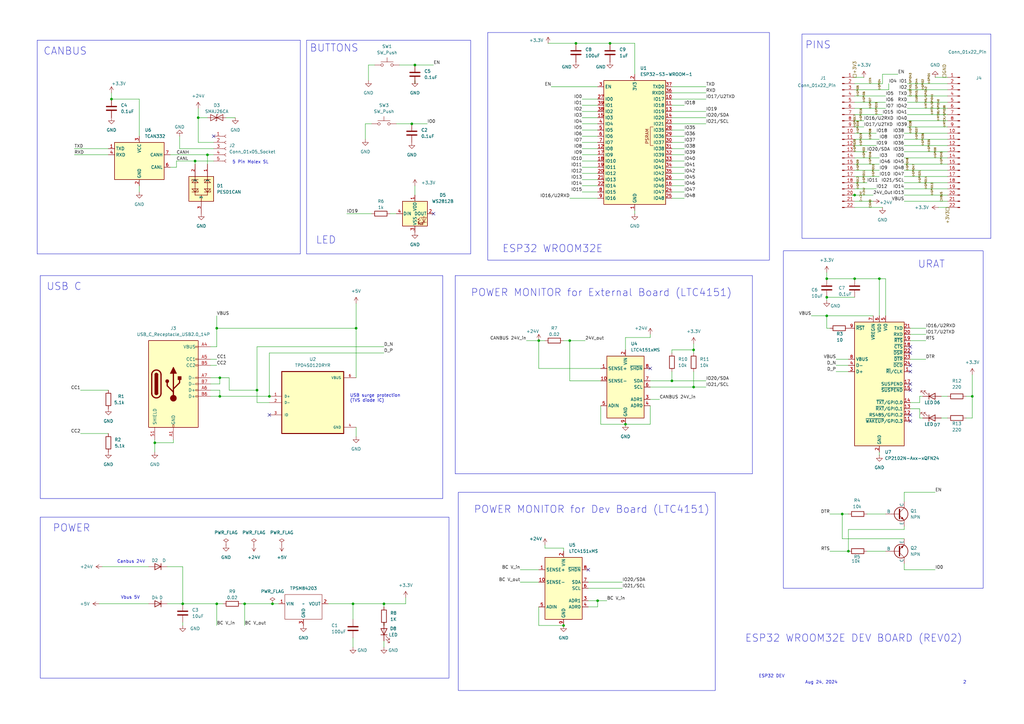
<source format=kicad_sch>
(kicad_sch (version 20231120) (generator "eeschema") (generator_version "8.0")
  (paper "A3")
  (junction (at 347.98 226.06))
  (junction (at 88.9 134.62))
  (junction (at 81.28 48.26))
  (junction (at 339.09 114.3))
  (junction (at 63.5 181.61))
  (junction (at 105.41 160.02))
  (junction (at 350.52 80.01))
  (junction (at 339.09 129.54))
  (junction (at 88.9 247.65))
  (junction (at 111.76 247.65))
  (junction (at 236.22 17.78))
  (junction (at 90.17 162.56))
  (junction (at 245.11 246.38))
  (junction (at 146.05 134.62))
  (junction (at 80.01 66.04))
  (junction (at 360.68 114.3))
  (junction (at 168.91 50.8))
  (junction (at 350.52 114.3))
  (junction (at 339.09 121.92))
  (junction (at 157.48 247.65))
  (junction (at 275.59 156.21))
  (junction (at 74.93 247.65))
  (junction (at 170.18 26.67))
  (junction (at 284.48 158.75))
  (junction (at 233.68 139.7))
  (junction (at 231.14 256.54))
  (junction (at 284.48 143.51))
  (junction (at 144.78 247.65))
  (junction (at 100.33 247.65))
  (junction (at 250.19 17.78))
  (junction (at 45.72 40.64))
  (junction (at 85.09 63.5))
  (junction (at 256.54 173.99))
  (junction (at 345.44 210.82))
  (junction (at 398.78 162.56))
  (junction (at 110.49 162.56))
  (junction (at 90.17 154.94))
  (junction (at 220.98 139.7))
  (no_connect (at 373.38 144.78))
  (no_connect (at 373.38 142.24))
  (no_connect (at 373.38 160.02))
  (no_connect (at 373.38 172.72))
  (no_connect (at 373.38 149.86))
  (no_connect (at 373.38 170.18))
  (no_connect (at 87.63 55.88))
  (no_connect (at 266.7 151.13))
  (no_connect (at 241.3 233.68))
  (no_connect (at 177.8 87.63))
  (no_connect (at 373.38 152.4))
  (no_connect (at 373.38 157.48))
  (no_connect (at 110.49 170.18))
  (wire (pts (xy 238.76 53.34) (xy 245.11 53.34)))
  (wire (pts (xy 238.76 48.26) (xy 245.11 48.26)))
  (wire (pts (xy 100.33 247.65) (xy 111.76 247.65)))
  (wire (pts (xy 80.01 66.04) (xy 80.01 67.31)))
  (wire (pts (xy 149.86 57.15) (xy 149.86 50.8)))
  (wire (pts (xy 86.36 162.56) (xy 90.17 162.56)))
  (wire (pts (xy 220.98 139.7) (xy 223.52 139.7)))
  (wire (pts (xy 105.41 142.24) (xy 105.41 160.02)))
  (wire (pts (xy 100.33 247.65) (xy 100.33 256.54)))
  (wire (pts (xy 275.59 156.21) (xy 289.56 156.21)))
  (wire (pts (xy 340.36 226.06) (xy 347.98 226.06)))
  (wire (pts (xy 350.52 80.01) (xy 358.14 80.01)))
  (wire (pts (xy 45.72 40.64) (xy 57.15 40.64)))
  (wire (pts (xy 256.54 173.99) (xy 266.7 173.99)))
  (wire (pts (xy 146.05 134.62) (xy 146.05 154.94)))
  (wire (pts (xy 275.59 156.21) (xy 275.59 152.4)))
  (wire (pts (xy 275.59 45.72) (xy 289.56 45.72)))
  (wire (pts (xy 377.19 165.1) (xy 377.19 162.56)))
  (wire (pts (xy 157.48 256.54) (xy 157.48 255.27)))
  (wire (pts (xy 275.59 48.26) (xy 289.56 48.26)))
  (wire (pts (xy 350.52 114.3) (xy 360.68 114.3)))
  (wire (pts (xy 45.72 38.1) (xy 45.72 40.64)))
  (wire (pts (xy 246.38 151.13) (xy 220.98 151.13)))
  (wire (pts (xy 241.3 248.92) (xy 245.11 248.92)))
  (wire (pts (xy 363.22 39.37) (xy 350.52 39.37)))
  (wire (pts (xy 166.37 247.65) (xy 166.37 245.11)))
  (wire (pts (xy 86.36 147.32) (xy 88.9 147.32)))
  (wire (pts (xy 74.93 232.41) (xy 68.58 232.41)))
  (wire (pts (xy 30.48 63.5) (xy 44.45 63.5)))
  (wire (pts (xy 361.95 30.48) (xy 368.3 30.48)))
  (wire (pts (xy 149.86 50.8) (xy 152.4 50.8)))
  (wire (pts (xy 372.11 36.83) (xy 388.62 36.83)))
  (wire (pts (xy 170.18 76.2) (xy 170.18 80.01)))
  (wire (pts (xy 275.59 63.5) (xy 280.67 63.5)))
  (wire (pts (xy 238.76 60.96) (xy 245.11 60.96)))
  (wire (pts (xy 345.44 210.82) (xy 347.98 210.82)))
  (wire (pts (xy 162.56 50.8) (xy 168.91 50.8)))
  (wire (pts (xy 146.05 124.46) (xy 146.05 134.62)))
  (wire (pts (xy 370.84 80.01) (xy 388.62 80.01)))
  (wire (pts (xy 238.76 78.74) (xy 245.11 78.74)))
  (wire (pts (xy 339.09 114.3) (xy 350.52 114.3)))
  (wire (pts (xy 220.98 151.13) (xy 220.98 139.7)))
  (wire (pts (xy 364.49 36.83) (xy 350.52 36.83)))
  (wire (pts (xy 349.25 80.01) (xy 350.52 80.01)))
  (wire (pts (xy 40.64 247.65) (xy 60.96 247.65)))
  (wire (pts (xy 105.41 160.02) (xy 93.98 160.02)))
  (wire (pts (xy 383.54 31.75) (xy 388.62 31.75)))
  (wire (pts (xy 170.18 26.67) (xy 177.8 26.67)))
  (wire (pts (xy 220.98 256.54) (xy 231.14 256.54)))
  (wire (pts (xy 81.28 48.26) (xy 81.28 58.42)))
  (wire (pts (xy 81.28 58.42) (xy 87.63 58.42)))
  (wire (pts (xy 88.9 134.62) (xy 146.05 134.62)))
  (wire (pts (xy 342.9 152.4) (xy 347.98 152.4)))
  (wire (pts (xy 86.36 157.48) (xy 90.17 157.48)))
  (wire (pts (xy 41.91 232.41) (xy 60.96 232.41)))
  (wire (pts (xy 372.11 46.99) (xy 388.62 46.99)))
  (wire (pts (xy 350.52 31.75) (xy 354.33 31.75)))
  (wire (pts (xy 266.7 158.75) (xy 284.48 158.75)))
  (wire (pts (xy 157.48 265.43) (xy 157.48 262.89)))
  (wire (pts (xy 373.38 139.7) (xy 379.73 139.7)))
  (wire (pts (xy 354.33 49.53) (xy 350.52 49.53)))
  (wire (pts (xy 350.52 72.39) (xy 360.68 72.39)))
  (wire (pts (xy 275.59 40.64) (xy 289.56 40.64)))
  (wire (pts (xy 151.13 33.02) (xy 151.13 26.67)))
  (wire (pts (xy 284.48 143.51) (xy 284.48 144.78)))
  (wire (pts (xy 339.09 121.92) (xy 339.09 123.19)))
  (wire (pts (xy 90.17 160.02) (xy 90.17 162.56)))
  (wire (pts (xy 266.7 137.16) (xy 266.7 138.43)))
  (wire (pts (xy 241.3 246.38) (xy 245.11 246.38)))
  (wire (pts (xy 350.52 69.85) (xy 360.68 69.85)))
  (wire (pts (xy 73.66 60.96) (xy 87.63 60.96)))
  (wire (pts (xy 370.84 201.93) (xy 370.84 205.74)))
  (wire (pts (xy 275.59 43.18) (xy 280.67 43.18)))
  (wire (pts (xy 275.59 38.1) (xy 289.56 38.1)))
  (wire (pts (xy 245.11 246.38) (xy 248.92 246.38)))
  (wire (pts (xy 63.5 180.34) (xy 63.5 181.61)))
  (wire (pts (xy 163.83 26.67) (xy 170.18 26.67)))
  (wire (pts (xy 233.68 139.7) (xy 240.03 139.7)))
  (wire (pts (xy 377.19 162.56) (xy 378.46 162.56)))
  (wire (pts (xy 342.9 147.32) (xy 347.98 147.32)))
  (wire (pts (xy 72.39 68.58) (xy 69.85 68.58)))
  (wire (pts (xy 377.19 167.64) (xy 377.19 171.45)))
  (wire (pts (xy 233.68 139.7) (xy 233.68 156.21)))
  (wire (pts (xy 238.76 45.72) (xy 245.11 45.72)))
  (wire (pts (xy 146.05 175.26) (xy 146.05 179.07)))
  (wire (pts (xy 226.06 35.56) (xy 245.11 35.56)))
  (wire (pts (xy 275.59 71.12) (xy 280.67 71.12)))
  (wire (pts (xy 236.22 17.78) (xy 250.19 17.78)))
  (wire (pts (xy 350.52 34.29) (xy 361.95 34.29)))
  (wire (pts (xy 396.24 162.56) (xy 398.78 162.56)))
  (wire (pts (xy 99.06 247.65) (xy 100.33 247.65)))
  (wire (pts (xy 360.68 114.3) (xy 360.68 129.54)))
  (wire (pts (xy 160.02 87.63) (xy 162.56 87.63)))
  (wire (pts (xy 275.59 78.74) (xy 280.67 78.74)))
  (wire (pts (xy 86.36 160.02) (xy 90.17 160.02)))
  (wire (pts (xy 110.49 144.78) (xy 110.49 162.56)))
  (wire (pts (xy 372.11 44.45) (xy 388.62 44.45)))
  (wire (pts (xy 134.62 247.65) (xy 144.78 247.65)))
  (wire (pts (xy 275.59 55.88) (xy 280.67 55.88)))
  (wire (pts (xy 238.76 58.42) (xy 245.11 58.42)))
  (wire (pts (xy 363.22 41.91) (xy 350.52 41.91)))
  (wire (pts (xy 332.74 129.54) (xy 339.09 129.54)))
  (wire (pts (xy 370.84 220.98) (xy 345.44 220.98)))
  (wire (pts (xy 33.02 160.02) (xy 44.45 160.02)))
  (wire (pts (xy 342.9 149.86) (xy 347.98 149.86)))
  (wire (pts (xy 74.93 256.54) (xy 74.93 255.27)))
  (wire (pts (xy 260.35 86.36) (xy 260.35 87.63)))
  (wire (pts (xy 284.48 152.4) (xy 284.48 158.75)))
  (wire (pts (xy 364.49 34.29) (xy 364.49 36.83)))
  (wire (pts (xy 372.11 52.07) (xy 388.62 52.07)))
  (wire (pts (xy 266.7 173.99) (xy 266.7 166.37)))
  (wire (pts (xy 370.84 57.15) (xy 388.62 57.15)))
  (wire (pts (xy 370.84 233.68) (xy 383.54 233.68)))
  (wire (pts (xy 370.84 69.85) (xy 388.62 69.85)))
  (wire (pts (xy 284.48 140.97) (xy 284.48 143.51)))
  (wire (pts (xy 355.6 210.82) (xy 363.22 210.82)))
  (wire (pts (xy 383.54 201.93) (xy 370.84 201.93)))
  (wire (pts (xy 238.76 43.18) (xy 245.11 43.18)))
  (wire (pts (xy 360.68 114.3) (xy 363.22 114.3)))
  (wire (pts (xy 398.78 171.45) (xy 396.24 171.45)))
  (wire (pts (xy 231.14 224.79) (xy 231.14 226.06)))
  (wire (pts (xy 370.84 67.31) (xy 388.62 67.31)))
  (wire (pts (xy 73.66 55.88) (xy 73.66 60.96)))
  (wire (pts (xy 246.38 166.37) (xy 246.38 173.99)))
  (wire (pts (xy 86.36 149.86) (xy 88.9 149.86)))
  (wire (pts (xy 63.5 181.61) (xy 63.5 185.42)))
  (wire (pts (xy 157.48 248.92) (xy 157.48 247.65)))
  (wire (pts (xy 370.84 59.69) (xy 388.62 59.69)))
  (wire (pts (xy 213.36 233.68) (xy 220.98 233.68)))
  (wire (pts (xy 275.59 50.8) (xy 289.56 50.8)))
  (wire (pts (xy 355.6 226.06) (xy 363.22 226.06)))
  (wire (pts (xy 350.52 64.77) (xy 360.68 64.77)))
  (wire (pts (xy 245.11 248.92) (xy 245.11 246.38)))
  (wire (pts (xy 350.52 59.69) (xy 359.41 59.69)))
  (wire (pts (xy 339.09 121.92) (xy 350.52 121.92)))
  (wire (pts (xy 33.02 177.8) (xy 44.45 177.8)))
  (wire (pts (xy 213.36 238.76) (xy 220.98 238.76)))
  (wire (pts (xy 238.76 68.58) (xy 245.11 68.58)))
  (wire (pts (xy 85.09 63.5) (xy 87.63 63.5)))
  (wire (pts (xy 275.59 143.51) (xy 284.48 143.51)))
  (wire (pts (xy 260.35 17.78) (xy 260.35 30.48)))
  (wire (pts (xy 370.84 217.17) (xy 370.84 215.9)))
  (wire (pts (xy 347.98 217.17) (xy 347.98 226.06)))
  (wire (pts (xy 90.17 157.48) (xy 90.17 154.94)))
  (wire (pts (xy 231.14 139.7) (xy 233.68 139.7)))
  (wire (pts (xy 71.12 180.34) (xy 71.12 181.61)))
  (wire (pts (xy 372.11 39.37) (xy 388.62 39.37)))
  (wire (pts (xy 151.13 26.67) (xy 153.67 26.67)))
  (wire (pts (xy 168.91 50.8) (xy 175.26 50.8)))
  (wire (pts (xy 350.52 82.55) (xy 358.14 82.55)))
  (wire (pts (xy 275.59 66.04) (xy 280.67 66.04)))
  (wire (pts (xy 275.59 68.58) (xy 280.67 68.58)))
  (wire (pts (xy 266.7 156.21) (xy 275.59 156.21)))
  (wire (pts (xy 238.76 63.5) (xy 245.11 63.5)))
  (wire (pts (xy 373.38 165.1) (xy 377.19 165.1)))
  (wire (pts (xy 370.84 233.68) (xy 370.84 231.14)))
  (wire (pts (xy 363.22 44.45) (xy 350.52 44.45)))
  (wire (pts (xy 355.6 74.93) (xy 350.52 74.93)))
  (wire (pts (xy 157.48 247.65) (xy 166.37 247.65)))
  (wire (pts (xy 220.98 248.92) (xy 220.98 256.54)))
  (wire (pts (xy 144.78 247.65) (xy 157.48 247.65)))
  (wire (pts (xy 370.84 54.61) (xy 388.62 54.61)))
  (wire (pts (xy 93.98 160.02) (xy 93.98 154.94)))
  (wire (pts (xy 238.76 50.8) (xy 245.11 50.8)))
  (wire (pts (xy 256.54 138.43) (xy 256.54 143.51)))
  (wire (pts (xy 266.7 163.83) (xy 270.51 163.83)))
  (wire (pts (xy 350.52 57.15) (xy 360.68 57.15)))
  (wire (pts (xy 360.68 185.42) (xy 360.68 186.69)))
  (wire (pts (xy 88.9 142.24) (xy 88.9 134.62)))
  (wire (pts (xy 370.84 82.55) (xy 388.62 82.55)))
  (wire (pts (xy 223.52 224.79) (xy 231.14 224.79)))
  (wire (pts (xy 68.58 247.65) (xy 74.93 247.65)))
  (wire (pts (xy 370.84 77.47) (xy 388.62 77.47)))
  (wire (pts (xy 238.76 55.88) (xy 245.11 55.88)))
  (wire (pts (xy 233.68 156.21) (xy 246.38 156.21)))
  (wire (pts (xy 255.27 238.76) (xy 241.3 238.76)))
  (wire (pts (xy 81.28 48.26) (xy 85.09 48.26)))
  (wire (pts (xy 72.39 66.04) (xy 80.01 66.04)))
  (wire (pts (xy 246.38 173.99) (xy 256.54 173.99)))
  (wire (pts (xy 69.85 63.5) (xy 85.09 63.5)))
  (wire (pts (xy 340.36 210.82) (xy 345.44 210.82)))
  (wire (pts (xy 110.49 144.78) (xy 157.48 144.78)))
  (wire (pts (xy 350.52 77.47) (xy 359.41 77.47)))
  (wire (pts (xy 105.41 142.24) (xy 157.48 142.24)))
  (wire (pts (xy 74.93 232.41) (xy 74.93 247.65)))
  (wire (pts (xy 370.84 62.23) (xy 388.62 62.23)))
  (wire (pts (xy 350.52 85.09) (xy 361.95 85.09)))
  (wire (pts (xy 361.95 46.99) (xy 350.52 46.99)))
  (wire (pts (xy 377.19 171.45) (xy 378.46 171.45)))
  (wire (pts (xy 238.76 66.04) (xy 245.11 66.04)))
  (wire (pts (xy 275.59 60.96) (xy 280.67 60.96)))
  (wire (pts (xy 255.27 241.3) (xy 241.3 241.3)))
  (wire (pts (xy 250.19 17.78) (xy 260.35 17.78)))
  (wire (pts (xy 339.09 134.62) (xy 340.36 134.62)))
  (wire (pts (xy 144.78 254) (xy 144.78 247.65)))
  (wire (pts (xy 111.76 247.65) (xy 114.3 247.65)))
  (wire (pts (xy 142.24 87.63) (xy 152.4 87.63)))
  (wire (pts (xy 88.9 129.54) (xy 88.9 134.62)))
  (wire (pts (xy 238.76 73.66) (xy 245.11 73.66)))
  (wire (pts (xy 350.52 54.61) (xy 359.41 54.61)))
  (wire (pts (xy 339.09 129.54) (xy 358.14 129.54)))
  (wire (pts (xy 72.39 66.04) (xy 72.39 68.58)))
  (wire (pts (xy 373.38 134.62) (xy 379.73 134.62)))
  (wire (pts (xy 92.71 48.26) (xy 96.52 48.26)))
  (wire (pts (xy 74.93 247.65) (xy 88.9 247.65)))
  (wire (pts (xy 275.59 58.42) (xy 280.67 58.42)))
  (wire (pts (xy 350.52 52.07) (xy 354.33 52.07)))
  (wire (pts (xy 350.52 62.23) (xy 355.6 62.23)))
  (wire (pts (xy 238.76 40.64) (xy 245.11 40.64)))
  (wire (pts (xy 373.38 137.16) (xy 379.73 137.16)))
  (wire (pts (xy 93.98 154.94) (xy 90.17 154.94)))
  (wire (pts (xy 86.36 142.24) (xy 88.9 142.24)))
  (wire (pts (xy 233.68 81.28) (xy 245.11 81.28)))
  (wire (pts (xy 275.59 73.66) (xy 280.67 73.66)))
  (wire (pts (xy 345.44 220.98) (xy 345.44 210.82)))
  (wire (pts (xy 361.95 30.48) (xy 361.95 34.29)))
  (wire (pts (xy 386.08 171.45) (xy 388.62 171.45)))
  (wire (pts (xy 57.15 40.64) (xy 57.15 55.88)))
  (wire (pts (xy 223.52 223.52) (xy 223.52 224.79)))
  (wire (pts (xy 398.78 162.56) (xy 398.78 171.45)))
  (wire (pts (xy 370.84 64.77) (xy 388.62 64.77)))
  (wire (pts (xy 215.9 139.7) (xy 220.98 139.7)))
  (wire (pts (xy 170.18 33.02) (xy 170.18 34.29)))
  (wire (pts (xy 284.48 158.75) (xy 289.56 158.75)))
  (wire (pts (xy 339.09 129.54) (xy 339.09 134.62)))
  (wire (pts (xy 372.11 41.91) (xy 388.62 41.91)))
  (wire (pts (xy 238.76 71.12) (xy 245.11 71.12)))
  (wire (pts (xy 275.59 35.56) (xy 289.56 35.56)))
  (wire (pts (xy 81.28 44.45) (xy 81.28 48.26)))
  (wire (pts (xy 372.11 34.29) (xy 388.62 34.29)))
  (wire (pts (xy 275.59 81.28) (xy 280.67 81.28)))
  (wire (pts (xy 339.09 111.76) (xy 339.09 114.3)))
  (wire (pts (xy 80.01 66.04) (xy 87.63 66.04)))
  (wire (pts (xy 275.59 53.34) (xy 280.67 53.34)))
  (wire (pts (xy 266.7 138.43) (xy 256.54 138.43)))
  (wire (pts (xy 30.48 60.96) (xy 44.45 60.96)))
  (wire (pts (xy 370.84 74.93) (xy 388.62 74.93)))
  (wire (pts (xy 105.41 160.02) (xy 105.41 165.1)))
  (wire (pts (xy 350.52 67.31) (xy 360.68 67.31)))
  (wire (pts (xy 384.81 85.09) (xy 388.62 85.09)))
  (wire (pts (xy 372.11 49.53) (xy 388.62 49.53)))
  (wire (pts (xy 275.59 144.78) (xy 275.59 143.51)))
  (wire (pts (xy 105.41 165.1) (xy 110.49 165.1)))
  (wire (pts (xy 90.17 162.56) (xy 110.49 162.56)))
  (wire (pts (xy 373.38 167.64) (xy 377.19 167.64)))
  (wire (pts (xy 386.08 162.56) (xy 388.62 162.56)))
  (wire (pts (xy 370.84 72.39) (xy 388.62 72.39)))
  (wire (pts (xy 398.78 153.67) (xy 398.78 162.56)))
  (wire (pts (xy 363.22 114.3) (xy 363.22 129.54)))
  (wire (pts (xy 88.9 247.65) (xy 91.44 247.65)))
  (wire (pts (xy 85.09 63.5) (xy 85.09 67.31)))
  (wire (pts (xy 71.12 181.61) (xy 63.5 181.61)))
  (wire (pts (xy 238.76 76.2) (xy 245.11 76.2)))
  (wire (pts (xy 88.9 247.65) (xy 88.9 256.54)))
  (wire (pts (xy 57.15 78.74) (xy 57.15 76.2)))
  (wire (pts (xy 373.38 147.32) (xy 379.73 147.32)))
  (wire (pts (xy 224.79 17.78) (xy 236.22 17.78)))
  (wire (pts (xy 275.59 76.2) (xy 280.67 76.2)))
  (wire (pts (xy 144.78 265.43) (xy 144.78 261.62)))
  (wire (pts (xy 90.17 154.94) (xy 86.36 154.94)))
  (wire (pts (xy 370.84 217.17) (xy 347.98 217.17)))
  (rectangle (start 328.93 13.97) (end 406.4 97.79))
  (rectangle (start 16.51 113.03) (end 181.61 204.47))
  (rectangle (start 125.73 16.51) (end 193.04 104.14))
  (rectangle (start 200.025 13.335) (end 315.595 106.68))
  (rectangle (start 15.24 16.51) (end 123.19 104.14))
  (rectangle (start 187.96 201.93) (end 293.37 283.21))
  (rectangle (start 321.31 102.87) (end 403.225 241.3))
  (rectangle (start 16.51 212.09) (end 184.15 278.13))
  (rectangle (start 186.69 113.03) (end 308.61 194.31))
  (text "BUTTONS" (at 127 21.59 0) (effects (font (size 3 3)) (justify left bottom)))
  (text "POWER MONITOR for Dev Board (LTC4151)" (at 194.31 210.82 0) (effects (font (size 3 3)) (justify left bottom)))
  (text "LED\n" (at 129.54 100.33 0) (effects (font (size 3 3)) (justify left bottom)))
  (text "CANBUS" (at 17.78 22.86 0) (effects (font (size 3 3)) (justify left bottom)))
  (text "5 Pin Molex SL\n" (at 95.25 67.31 0) (effects (font (size 1.27 1.27)) (justify left bottom)))
  (text "Aug 24, 2024\n" (at 330.2 280.67 0) (effects (font (size 1.27 1.27)) (justify left bottom)))
  (text "USB surge protection\n(TVS diode IC)" (at 143.51 165.1 0) (effects (font (size 1.27 1.27)) (justify left bottom)))
  (text "POWER MONITOR for External Board (LTC4151)" (at 193.04 121.92 0) (effects (font (size 3 3)) (justify left bottom)))
  (text "ESP32 WROOM32E\n\n" (at 205.994 108.712 0) (effects (font (size 3 3)) (justify left bottom)))
  (text "ESP32 DEV" (at 311.15 278.13 0) (effects (font (size 1.27 1.27)) (justify left bottom)))
  (text "ESP32 WROOM32E DEV BOARD (REV02)" (at 305.562 263.652 0) (effects (font (size 3 3)) (justify left bottom)))
  (text "2" (at 394.97 280.67 0) (effects (font (size 1.27 1.27)) (justify left bottom)))
  (text "USB C\n" (at 19.05 119.38 0) (effects (font (size 3 3)) (justify left bottom)))
  (text "Vbus 5V\n" (at 49.53 245.872 0) (effects (font (size 1.27 1.27)) (justify left bottom)))
  (text "PINS" (at 330.2 20.32 0) (effects (font (size 3 3)) (justify left bottom)))
  (text "Canbus 24V\n" (at 48.006 231.14 0) (effects (font (size 1.27 1.27)) (justify left bottom)))
  (text "URAT" (at 376.428 110.236 0) (effects (font (size 3 3)) (justify left bottom)))
  (text "POWER\n" (at 21.59 218.44 0) (effects (font (size 3 3)) (justify left bottom)))
  (label "IO9" (at 238.76 63.5 180))
  (label "IO20{slash}SDA" (at 355.6 62.23 0))
  (label "IO40" (at 372.11 49.53 180))
  (label "IO16{slash}U2RXD" (at 233.68 81.28 180))
  (label "IO45" (at 370.84 67.31 180))
  (label "IO47" (at 280.67 78.74 0))
  (label "VBUS" (at 332.74 129.54 180))
  (label "VBUS" (at 88.9 129.54 0))
  (label "IO6" (at 363.22 41.91 0))
  (label "TXD" (at 372.11 39.37 180))
  (label "RTS" (at 379.73 139.7 0))
  (label "IO11" (at 238.76 68.58 180))
  (label "RTS" (at 340.36 226.06 180))
  (label "IO20{slash}SDA" (at 289.56 156.21 0))
  (label "IO0" (at 370.84 64.77 180))
  (label "IO46" (at 280.67 76.2 0))
  (label "IO40" (at 280.67 66.04 0))
  (label "IO39" (at 280.67 63.5 0))
  (label "IO12" (at 238.76 71.12 180))
  (label "EN" (at 177.8 26.67 0))
  (label "IO0" (at 238.76 40.64 180))
  (label "DTR" (at 379.73 147.32 0))
  (label "IO4" (at 238.76 50.8 180))
  (label "CANL" (at 72.39 66.04 0))
  (label "IO1" (at 372.11 34.29 180))
  (label "IO1" (at 238.76 43.18 180))
  (label "IO19" (at 142.24 87.63 0))
  (label "IO45" (at 280.67 73.66 0))
  (label "IO47" (at 370.84 72.39 180))
  (label "TXD" (at 289.56 35.56 0))
  (label "IO14" (at 238.76 76.2 180))
  (label "IO18" (at 280.67 43.18 0))
  (label "RXD" (at 289.56 38.1 0))
  (label "24V_Out" (at 358.14 80.01 0))
  (label "IO8" (at 360.68 57.15 0))
  (label "IO36" (at 370.84 59.69 180))
  (label "BC V_in" (at 248.92 246.38 0))
  (label "IO17{slash}U2TXD" (at 354.33 52.07 0))
  (label "D_P" (at 157.48 144.78 0))
  (label "IO0" (at 175.26 50.8 0))
  (label "IO10" (at 238.76 66.04 180))
  (label "CC2" (at 33.02 177.8 180))
  (label "EN" (at 368.3 30.48 0))
  (label "IO9" (at 360.68 69.85 0))
  (label "IO2" (at 238.76 45.72 180))
  (label "IO7" (at 363.22 44.45 0))
  (label "CC1" (at 88.9 147.32 0))
  (label "IO48" (at 280.67 81.28 0))
  (label "IO5" (at 363.22 39.37 0))
  (label "IO13" (at 238.76 73.66 180))
  (label "IO39" (at 372.11 52.07 180))
  (label "CANBUS 24V_in" (at 215.9 139.7 180))
  (label "IO0" (at 383.54 233.68 0))
  (label "CC1" (at 33.02 160.02 180))
  (label "IO6" (at 238.76 55.88 180))
  (label "IO20{slash}SDA" (at 255.27 238.76 0))
  (label "IO5" (at 238.76 53.34 180))
  (label "IO16{slash}U2RXD" (at 379.73 134.62 0))
  (label "IO48" (at 370.84 69.85 180))
  (label "IO35" (at 370.84 62.23 180))
  (label "BC V_out" (at 213.36 238.76 180))
  (label "RXD" (at 372.11 41.91 180))
  (label "IO2" (at 372.11 36.83 180))
  (label "IO38" (at 280.67 60.96 0))
  (label "IO17{slash}U2TXD" (at 289.56 40.64 0))
  (label "IO14" (at 370.84 77.47 180))
  (label "RXD" (at 30.48 63.5 0))
  (label "BC V_in" (at 88.9 256.54 0))
  (label "24V_out" (at 240.03 139.7 0))
  (label "IO19" (at 289.56 45.72 0))
  (label "CANBUS 24V_in" (at 270.51 163.83 0))
  (label "IO4" (at 364.49 34.29 0))
  (label "IO38" (at 370.84 54.61 180))
  (label "IO3" (at 238.76 48.26 180))
  (label "VBUS" (at 370.84 82.55 180))
  (label "IO17{slash}U2TXD" (at 379.73 137.16 0))
  (label "IO41" (at 372.11 46.99 180))
  (label "IO42" (at 280.67 71.12 0))
  (label "IO35" (at 280.67 53.34 0))
  (label "IO46" (at 360.68 67.31 0))
  (label "EN" (at 226.06 35.56 180))
  (label "IO21{slash}SCL" (at 370.84 74.93 180))
  (label "IO36" (at 280.67 55.88 0))
  (label "IO18" (at 359.41 54.61 0))
  (label "IO21{slash}SCL" (at 289.56 158.75 0))
  (label "IO8" (at 238.76 60.96 180))
  (label "IO7" (at 238.76 58.42 180))
  (label "IO15" (at 361.95 46.99 0))
  (label "IO15" (at 238.76 78.74 180))
  (label "BC V_in" (at 213.36 233.68 180))
  (label "IO41" (at 280.67 68.58 0))
  (label "IO11" (at 355.6 74.93 0))
  (label "IO37" (at 280.67 58.42 0))
  (label "VBUS" (at 342.9 147.32 180))
  (label "IO3" (at 360.68 64.77 0))
  (label "D_N" (at 157.48 142.24 0))
  (label "BC V_out" (at 100.33 256.54 0))
  (label "IO10" (at 360.68 72.39 0))
  (label "D_P" (at 342.9 152.4 180))
  (label "IO42" (at 372.11 44.45 180))
  (label "IO13" (at 370.84 80.01 180))
  (label "CC2" (at 88.9 149.86 0))
  (label "DTR" (at 340.36 210.82 180))
  (label "CANH" (at 72.39 63.5 0))
  (label "IO12" (at 359.41 77.47 0))
  (label "D_N" (at 342.9 149.86 180))
  (label "IO19" (at 359.41 59.69 0))
  (label "IO20{slash}SDA" (at 289.56 48.26 0))
  (label "TXD" (at 30.48 60.96 0))
  (label "EN" (at 383.54 201.93 0))
  (label "IO16{slash}U2RXD" (at 354.33 49.53 0))
  (label "IO21{slash}SCL" (at 255.27 241.3 0))
  (label "IO21{slash}SCL" (at 289.56 50.8 0))
  (label "IO37" (at 370.84 57.15 180))
  (hierarchical_label "GPIO3" (shape bidirectional) (at 354.33 64.77 90) (effects (font (size 0.762 0.762))))
  (hierarchical_label "+3V3" (shape passive) (at 388.62 85.09 270))
  (hierarchical_label "GPIO7" (shape bidirectional) (at 356.87 44.45 90) (effects (font (size 0.762 0.762))))
  (hierarchical_label "MTD0{slash}GPIO40" (shape bidirectional) (at 384.81 49.53 90) (effects (font (size 0.762 0.762))))
  (hierarchical_label "+24V" (shape output) (at 353.06 82.55 90) (effects (font (size 0.762 0.762))))
  (hierarchical_label "GPIO8" (shape bidirectional) (at 356.87 57.15 90) (effects (font (size 0.762 0.762))))
  (hierarchical_label "GPIO17" (shape bidirectional) (at 350.52 52.07 90) (effects (font (size 0.762 0.762))))
  (hierarchical_label "GPIO4" (shape bidirectional) (at 360.68 36.83 90) (effects (font (size 0.762 0.762))))
  (hierarchical_label "+3V3" (shape passive) (at 350.52 31.75 90))
  (hierarchical_label "EN" (shape input) (at 356.87 34.29 90) (effects (font (size 0.762 0.762))))
  (hierarchical_label "GND" (shape passive) (at 356.87 85.09 90) (effects (font (size 0.762 0.762))))
  (hierarchical_label "GPIO12" (shape bidirectional) (at 351.79 77.47 90) (effects (font (size 0.762 0.762))))
  (hierarchical_label "GPIO37" (shape bidirectional) (at 375.92 57.15 90) (effects (font (size 0.762 0.762))))
  (hierarchical_label "GPIO21" (shape bidirectional) (at 377.19 74.93 90) (effects (font (size 0.762 0.762))))
  (hierarchical_label "GPIO47" (shape bidirectional) (at 374.65 72.39 90) (effects (font (size 0.762 0.762))))
  (hierarchical_label "GPIO20" (shape bidirectional) (at 350.52 62.23 90) (effects (font (size 0.762 0.762))))
  (hierarchical_label "MTDI{slash}GPIO41" (shape bidirectional) (at 382.27 46.99 90) (effects (font (size 0.762 0.762))))
  (hierarchical_label "GPIO9" (shape bidirectional) (at 351.79 69.85 90) (effects (font (size 0.762 0.762))))
  (hierarchical_label "GPIO16" (shape bidirectional) (at 353.06 49.53 90) (effects (font (size 0.762 0.762))))
  (hierarchical_label "GPIO46" (shape bidirectional) (at 356.87 67.31 90) (effects (font (size 0.762 0.762))))
  (hierarchical_label "MTCK{slash}GPIO39" (shape bidirectional) (at 387.35 52.07 90) (effects (font (size 0.762 0.762))))
  (hierarchical_label "GPIO35" (shape bidirectional) (at 381 62.23 90) (effects (font (size 0.762 0.762))))
  (hierarchical_label "GPIO14" (shape bidirectional) (at 379.73 77.47 90) (effects (font (size 0.762 0.762))))
  (hierarchical_label "GND" (shape passive) (at 387.35 31.75 90))
  (hierarchical_label "GPIO2" (shape bidirectional) (at 378.46 36.83 90) (effects (font (size 0.762 0.762))))
  (hierarchical_label "GPIO48" (shape bidirectional) (at 372.11 69.85 90) (effects (font (size 0.762 0.762))))
  (hierarchical_label "GPIO18" (shape bidirectional) (at 351.79 54.61 90) (effects (font (size 0.762 0.762))))
  (hierarchical_label "GPIO1" (shape bidirectional) (at 381 34.29 90) (effects (font (size 0.762 0.762))))
  (hierarchical_label "GPIO19" (shape bidirectional) (at 353.06 59.69 90) (effects (font (size 0.762 0.762))))
  (hierarchical_label "VBUS" (shape passive) (at 386.08 82.55 90) (effects (font (size 0.762 0.762))))
  (hierarchical_label "24V" (shape bidirectional) (at 354.33 80.01 90) (effects (font (size 0.762 0.762))))
  (hierarchical_label "GPIO10" (shape bidirectional) (at 358.14 72.39 90) (effects (font (size 0.762 0.762))))
  (hierarchical_label "GPIO6" (shape bidirectional) (at 354.33 41.91 90) (effects (font (size 0.762 0.762))))
  (hierarchical_label "GPIO11" (shape bidirectional) (at 354.33 74.93 90) (effects (font (size 0.762 0.762))))
  (hierarchical_label "U0TXD{slash}GPIO43" (shape output) (at 373.38 39.37 90) (effects (font (size 0.762 0.762))))
  (hierarchical_label "MTMS{slash}GPIO42" (shape bidirectional) (at 379.73 44.45 90) (effects (font (size 0.762 0.762))))
  (hierarchical_label "GPIO45" (shape bidirectional) (at 386.08 67.31 90) (effects (font (size 0.762 0.762))))
  (hierarchical_label "GPIO36" (shape bidirectional) (at 378.46 59.69 90) (effects (font (size 0.762 0.762))))
  (hierarchical_label "GPIO38" (shape bidirectional) (at 373.38 54.61 90) (effects (font (size 0.762 0.762))))
  (hierarchical_label "GPIO13" (shape bidirectional) (at 382.27 80.01 90) (effects (font (size 0.762 0.762))))
  (hierarchical_label "GPIO5" (shape bidirectional) (at 351.79 39.37 90) (effects (font (size 0.762 0.762))))
  (hierarchical_label "GPIO0" (shape bidirectional) (at 383.54 64.77 90) (effects (font (size 0.762 0.762))))
  (hierarchical_label "U0RXD{slash}GPIO44" (shape input) (at 375.92 41.91 90) (effects (font (size 0.762 0.762))))
  (hierarchical_label "GPIO15" (shape bidirectional) (at 359.41 46.99 90) (effects (font (size 0.762 0.762))))
  (symbol (lib_id "Device:R") (at 157.48 252.73 0) (unit 1)
    (property "Reference" "R8" (at 160.02 251.46 0) (effects (justify left)))
    (property "Value" "1K" (at 160.02 254 0) (effects (justify left)))
    (property "Footprint" "Resistor_SMD:R_0603_1608Metric_Pad0.98x0.95mm_HandSolder" (effects (hide yes)))
  )
  (symbol (lib_id "power:+3.3V") (at 166.37 245.11 0) (unit 1)
    (property "Reference" "#PWR028" (effects (hide yes)))
    (property "Value" "+3.3V" (at 166.37 240.03 0))
  )
  (symbol (lib_id "power:PWR_FLAG") (at 111.76 247.65 0) (unit 1)
    (property "Reference" "#FLG05" (effects (hide yes)))
    (property "Value" "PWR_FLAG" (at 111.76 242.57 0))
  )
  (symbol (lib_id "Simulation_SPICE:NPN") (at 368.3 210.82 0) (unit 1)
    (property "Reference" "Q1" (at 373.38 209.5499 0) (effects (justify left)))
    (property "Value" "NPN" (at 373.38 212.0899 0) (effects (justify left)))
    (property "Footprint" "Transistor IC:SS8050" (effects (hide yes)))
    (property "Datasheet" "https://ngspice.sourceforge.io/docs/ngspice-html-manual/manual.xhtml#cha_BJTs" (effects (hide yes)))
    (property "Description" "Bipolar transistor symbol for simulation only, substrate tied to the emitter" (effects (hide yes)))
    (property "Sim.Device" "NPN" (effects (hide yes)))
    (property "Sim.Type" "GUMMELPOON" (effects (hide yes)))
    (property "Sim.Pins" "1=C 2=B 3=E" (effects (hide yes)))
  )
  (symbol (lib_name "GND_4") (lib_id "power:GND") (at 236.22 25.4 0) (unit 1)
    (property "Reference" "#PWR04" (effects (hide yes)))
    (property "Value" "GND" (at 232.41 27.432 0))
    (property "Description" "Power symbol creates a global label with name \"GND\" , ground" (effects (hide yes)))
  )
  (symbol (lib_name "GND_3") (lib_id "power:GND") (at 360.68 186.69 0) (unit 1)
    (property "Reference" "#PWR035" (effects (hide yes)))
    (property "Value" "GND" (at 360.68 191.77 0))
    (property "Description" "Power symbol creates a global label with name \"GND\" , ground" (effects (hide yes)))
  )
  (symbol (lib_name "+3.3V_2") (lib_id "power:+3.3V") (at 398.78 153.67 0) (unit 1)
    (property "Reference" "#PWR044" (effects (hide yes)))
    (property "Value" "+3.3V" (at 398.78 148.59 0))
    (property "Description" "Power symbol creates a global label with name \"+3.3V\"" (effects (hide yes)))
  )
  (symbol (lib_id "Interface_CAN_LIN:TCAN332") (at 57.15 66.04 0) (unit 1)
    (property "Reference" "U6" (at 59.3441 53.34 0) (effects (justify left)))
    (property "Value" "TCAN332" (at 59.3441 55.88 0) (effects (justify left)))
    (property "Footprint" "Package_TO_SOT_SMD:TSOT-23-8_HandSoldering" (effects (hide yes)))
    (property "Datasheet" "http://www.ti.com/lit/ds/symlink/tcan337.pdf" (effects (hide yes)))
    (property "Description" "High-Speed CAN Transceiver, 1Mbps, 3.3V supply, SOT-23-8/SOIC-8" (effects (hide yes)))
  )
  (symbol (lib_id "Device:C") (at 250.19 21.59 0) (unit 1)
    (property "Reference" "C9" (at 254 20.3199 0) (effects (justify left)))
    (property "Value" "1uF" (at 254 22.8599 0) (effects (justify left)))
    (property "Footprint" "Capacitor_SMD:C_0603_1608Metric_Pad1.08x0.95mm_HandSolder" (effects (hide yes)))
    (property "Description" "Unpolarized capacitor" (effects (hide yes)))
  )
  (symbol (lib_id "Interface_USB:CP2102N-Axx-xQFN24") (at 360.68 157.48 0) (unit 1)
    (property "Reference" "U7" (at 362.8741 185.42 0) (effects (justify left)))
    (property "Value" "CP2102N-Axx-xQFN24" (at 362.8741 187.96 0) (effects (justify left)))
    (property "Footprint" "Package_DFN_QFN:QFN-24-1EP_4x4mm_P0.5mm_EP2.6x2.6mm" (effects (hide yes)))
    (property "Datasheet" "https://www.silabs.com/documents/public/data-sheets/cp2102n-datasheet.pdf" (effects (hide yes)))
    (property "Description" "USB to UART master bridge, QFN-24" (effects (hide yes)))
  )
  (symbol (lib_id "Device:R") (at 95.25 247.65 90) (unit 1)
    (property "Reference" "R9" (at 95.25 242.57 90))
    (property "Value" "0.02" (at 95.25 245.11 90))
    (property "Footprint" "Resistor_SMD:R_2512_6332Metric_Pad1.40x3.35mm_HandSolder" (effects (hide yes)))
  )
  (symbol (lib_id "LED:WS2812B") (at 170.18 87.63 0) (unit 1)
    (property "Reference" "D5" (at 181.61 80.01 0))
    (property "Value" "WS2812B" (at 181.61 82.55 0))
    (property "Footprint" "LED_SMD:LED_WS2812B_PLCC4_5.0x5.0mm_P3.2mm" (effects (hide yes)))
    (property "Datasheet" "https://cdn-shop.adafruit.com/datasheets/WS2812B.pdf" (effects (hide yes)))
  )
  (symbol (lib_id "Device:R") (at 284.48 148.59 0) (unit 1)
    (property "Reference" "R11" (at 287.02 147.32 0) (effects (justify left)))
    (property "Value" "10k" (at 287.02 149.86 0) (effects (justify left)))
    (property "Footprint" "Resistor_SMD:R_0603_1608Metric_Pad0.98x0.95mm_HandSolder" (effects (hide yes)))
  )
  (symbol (lib_id "Device:R") (at 275.59 148.59 0) (unit 1)
    (property "Reference" "R10" (at 278.13 147.32 0) (effects (justify left)))
    (property "Value" "10k" (at 278.13 149.86 0) (effects (justify left)))
    (property "Footprint" "Resistor_SMD:R_0603_1608Metric_Pad0.98x0.95mm_HandSolder" (effects (hide yes)))
  )
  (symbol (lib_id "Device:C") (at 339.09 118.11 0) (unit 1)
    (property "Reference" "C6" (at 332.74 118.872 0) (effects (justify left)))
    (property "Value" "10uF" (at 332.74 121.412 0) (effects (justify left)))
    (property "Footprint" "Capacitor_SMD:C_0603_1608Metric_Pad1.08x0.95mm_HandSolder" (effects (hide yes)))
    (property "Description" "Unpolarized capacitor" (effects (hide yes)))
  )
  (symbol (lib_id "power:GND") (at 57.15 78.74 0) (unit 1)
    (property "Reference" "#PWR07" (effects (hide yes)))
    (property "Value" "GND" (at 57.15 83.82 0))
  )
  (symbol (lib_id "Simulation_SPICE:NPN") (at 368.3 226.06 0) (mirror x) (unit 1)
    (property "Reference" "Q2" (at 373.38 224.7899 0) (effects (justify left)))
    (property "Value" "NPN" (at 373.38 227.3299 0) (effects (justify left)))
    (property "Footprint" "Transistor IC:SS8050" (effects (hide yes)))
    (property "Datasheet" "https://ngspice.sourceforge.io/docs/ngspice-html-manual/manual.xhtml#cha_BJTs" (effects (hide yes)))
    (property "Description" "Bipolar transistor symbol for simulation only, substrate tied to the emitter" (effects (hide yes)))
    (property "Sim.Device" "NPN" (effects (hide yes)))
    (property "Sim.Type" "GUMMELPOON" (effects (hide yes)))
    (property "Sim.Pins" "1=C 2=B 3=E" (effects (hide yes)))
  )
  (symbol (lib_id "power:GND") (at 157.48 265.43 0) (unit 1)
    (property "Reference" "#PWR023" (effects (hide yes)))
    (property "Value" "GND" (at 161.29 266.7 0))
  )
  (symbol (lib_id "Device:C") (at 170.18 30.48 0) (unit 1)
    (property "Reference" "C5" (at 173.99 29.21 0) (effects (justify left)))
    (property "Value" "0.1uF" (at 173.99 31.75 0) (effects (justify left)))
    (property "Footprint" "Capacitor_SMD:C_0603_1608Metric_Pad1.08x0.95mm_HandSolder" (effects (hide yes)))
  )
  (symbol (lib_id "power:GND") (at 92.71 223.52 0) (unit 1)
    (property "Reference" "#PWR022" (effects (hide yes)))
    (property "Value" "GND" (at 92.71 228.6 0))
  )
  (symbol (lib_id "Device:C") (at 236.22 21.59 0) (unit 1)
    (property "Reference" "C8" (at 240.03 20.3199 0) (effects (justify left)))
    (property "Value" "100uF" (at 240.03 22.8599 0) (effects (justify left)))
    (property "Footprint" "Capacitor_SMD:C_0603_1608Metric_Pad1.08x0.95mm_HandSolder" (effects (hide yes)))
    (property "Description" "Unpolarized capacitor" (effects (hide yes)))
  )
  (symbol (lib_id "power:+5V") (at 40.64 247.65 90) (unit 1)
    (property "Reference" "#PWR031" (effects (hide yes)))
    (property "Value" "+5V" (at 36.83 247.65 90) (effects (justify left)))
  )
  (symbol (lib_id "Sensor_Energy:LTC4151xMS") (at 256.54 158.75 0) (unit 1)
    (property "Reference" "U4" (at 258.7341 140.97 0) (effects (justify left)))
    (property "Value" "LTC4151xMS" (at 258.7341 143.51 0) (effects (justify left)))
    (property "Footprint" "Package_SO:MSOP-10_3x3mm_P0.5mm" (effects (hide yes)))
    (property "Datasheet" "https://www.analog.com/media/en/technical-documentation/data-sheets/4151ff.pdf" (effects (hide yes)))
  )
  (symbol (lib_id "power:GND") (at 146.05 179.07 0) (unit 1)
    (property "Reference" "#PWR012" (effects (hide yes)))
    (property "Value" "GND" (at 146.05 184.15 0))
  )
  (symbol (lib_id "Device:R") (at 44.45 163.83 0) (mirror y) (unit 1)
    (property "Reference" "R1" (at 51.054 162.56 0) (effects (justify left)))
    (property "Value" "5.1k" (at 51.054 165.1 0) (effects (justify left)))
    (property "Footprint" "Resistor_SMD:R_0603_1608Metric_Pad0.98x0.95mm_HandSolder" (effects (hide yes)))
  )
  (symbol (lib_id "Connector:Conn_01x22_Pin") (at 345.44 57.15 0) (unit 1)
    (property "Reference" "J1" (at 338.836 32.004 0) (effects (justify right)))
    (property "Value" "Conn_01x22_Pin" (at 342.9 35.052 0) (effects (justify right)))
    (property "Footprint" "Connector_PinHeader_2.54mm:PinHeader_1x22_P2.54mm_Vertical" (effects (hide yes)))
    (property "Description" "Generic connector, single row, 01x22, script generated" (effects (hide yes)))
  )
  (symbol (lib_id "power:GND") (at 151.13 33.02 0) (unit 1)
    (property "Reference" "#PWR018" (effects (hide yes)))
    (property "Value" "GND" (at 151.13 38.1 0))
  )
  (symbol (lib_id "power:+24V") (at 266.7 137.16 0) (unit 1)
    (property "Reference" "#PWR09" (effects (hide yes)))
    (property "Value" "+24V" (at 262.89 134.62 0))
  )
  (symbol (lib_id "Device:C") (at 74.93 251.46 0) (unit 1)
    (property "Reference" "C3" (at 78.74 250.19 0) (effects (justify left)))
    (property "Value" "10uF" (at 78.74 252.73 0) (effects (justify left)))
    (property "Footprint" "Capacitor_SMD:C_0603_1608Metric_Pad1.08x0.95mm_HandSolder" (effects (hide yes)))
  )
  (symbol (lib_id "power:GND") (at 256.54 173.99 0) (unit 1)
    (property "Reference" "#PWR036" (effects (hide yes)))
    (property "Value" "GND" (at 256.54 179.07 0))
  )
  (symbol (lib_name "GND_1") (lib_id "power:GND") (at 260.35 87.63 0) (unit 1)
    (property "Reference" "#PWR013" (effects (hide yes)))
    (property "Value" "GND" (at 260.35 92.71 0))
    (property "Description" "Power symbol creates a global label with name \"GND\" , ground" (effects (hide yes)))
  )
  (symbol (lib_id "power:GND") (at 124.46 256.54 0) (unit 1)
    (property "Reference" "#PWR049" (effects (hide yes)))
    (property "Value" "GND" (at 124.46 261.62 0))
  )
  (symbol (lib_id "Switch:SW_Push") (at 158.75 26.67 0) (unit 1)
    (property "Reference" "SW1" (at 158.75 19.05 0))
    (property "Value" "SW_Push" (at 158.75 21.59 0))
    (property "Footprint" "Button_Switch_SMD:PTS636_SM43_SMTR_LFS" (effects (hide yes)))
    (property "Description" "Push button switch, generic, two pins" (effects (hide yes)))
  )
  (symbol (lib_id "power:PWR_FLAG") (at 92.71 223.52 0) (unit 1)
    (property "Reference" "#FLG01" (effects (hide yes)))
    (property "Value" "PWR_FLAG" (at 92.71 218.44 0))
  )
  (symbol (lib_id "power:+24V") (at 81.28 44.45 0) (unit 1)
    (property "Reference" "#PWR026" (effects (hide yes)))
    (property "Value" "+24V" (at 81.28 39.37 0))
  )
  (symbol (lib_id "power:GND") (at 44.45 167.64 0) (mirror y) (unit 1)
    (property "Reference" "#PWR02" (effects (hide yes)))
    (property "Value" "GND" (at 44.45 172.72 0))
  )
  (symbol (lib_name "GND_2") (lib_id "power:GND") (at 339.09 123.19 0) (unit 1)
    (property "Reference" "#PWR019" (effects (hide yes)))
    (property "Value" "GND" (at 342.646 125.476 0))
    (property "Description" "Power symbol creates a global label with name \"GND\" , ground" (effects (hide yes)))
  )
  (symbol (lib_name "+3.3V_1") (lib_id "power:+3.3V") (at 224.79 17.78 0) (unit 1)
    (property "Reference" "#PWR017" (effects (hide yes)))
    (property "Value" "+3.3V" (at 219.964 16.51 0))
    (property "Description" "Power symbol creates a global label with name \"+3.3V\"" (effects (hide yes)))
  )
  (symbol (lib_id "power:GND") (at 144.78 265.43 0) (unit 1)
    (property "Reference" "#PWR010" (effects (hide yes)))
    (property "Value" "GND" (at 148.59 266.7 0))
  )
  (symbol (lib_id "power:+24V") (at 41.91 232.41 90) (unit 1)
    (property "Reference" "#PWR030" (effects (hide yes)))
    (property "Value" "+24V" (at 38.1 232.41 90) (effects (justify left)))
  )
  (symbol (lib_id "Switch:SW_Push") (at 157.48 50.8 0) (unit 1)
    (property "Reference" "SW3" (at 157.48 43.18 0))
    (property "Value" "SW_Push" (at 157.48 45.72 0))
    (property "Footprint" "Button_Switch_SMD:PTS636_SM43_SMTR_LFS" (effects (hide yes)))
    (property "Description" "Push button switch, generic, two pins" (effects (hide yes)))
  )
  (symbol (lib_name "+3.3V_4") (lib_id "power:+3.3V") (at 354.33 31.75 0) (unit 1)
    (property "Reference" "#PWR045" (effects (hide yes)))
    (property "Value" "+3.3V" (at 354.33 26.67 0))
    (property "Description" "Power symbol creates a global label with name \"+3.3V\"" (effects (hide yes)))
  )
  (symbol (lib_id "Device:R") (at 156.21 87.63 90) (unit 1)
    (property "Reference" "R6" (at 156.21 82.55 90))
    (property "Value" "1k" (at 156.21 85.09 90))
    (property "Footprint" "Resistor_SMD:R_0603_1608Metric_Pad0.98x0.95mm_HandSolder" (effects (hide yes)))
  )
  (symbol (lib_id "power:+3.3V") (at 45.72 38.1 0) (unit 1)
    (property "Reference" "#PWR027" (effects (hide yes)))
    (property "Value" "+3.3V" (at 45.72 34.29 0) (effects (justify left)))
  )
  (symbol (lib_id "power:GND") (at 96.52 48.26 0) (unit 1)
    (property "Reference" "#PWR025" (effects (hide yes)))
    (property "Value" "GND" (at 96.52 53.34 0))
  )
  (symbol (lib_id "Device:C") (at 144.78 257.81 0) (unit 1)
    (property "Reference" "C1" (at 135.89 256.54 0) (effects (justify left)))
    (property "Value" "100uF" (at 135.89 259.08 0) (effects (justify left)))
    (property "Footprint" "Capacitor_SMD:C_0603_1608Metric_Pad1.08x0.95mm_HandSolder" (effects (hide yes)))
  )
  (symbol (lib_name "+3.3V_2") (lib_id "power:+3.3V") (at 339.09 111.76 0) (unit 1)
    (property "Reference" "#PWR034" (effects (hide yes)))
    (property "Value" "+3.3V" (at 339.09 106.68 0))
    (property "Description" "Power symbol creates a global label with name \"+3.3V\"" (effects (hide yes)))
  )
  (symbol (lib_id "Connector:Conn_01x22_Pin") (at 393.7 57.15 0) (mirror y) (unit 1)
    (property "Reference" "J4" (at 400.304 32.004 0) (effects (justify right)))
    (property "Value" "Conn_01x22_Pin" (at 388.874 21.336 0) (effects (justify right)))
    (property "Footprint" "Connector_PinSocket_2.54mm:PinSocket_1x22_P2.54mm_Vertical" (effects (hide yes)))
    (property "Description" "Generic connector, single row, 01x22, script generated" (effects (hide yes)))
  )
  (symbol (lib_id "power:+5V") (at 146.05 124.46 0) (unit 1)
    (property "Reference" "#PWR032" (effects (hide yes)))
    (property "Value" "+5V" (at 146.05 119.38 0))
  )
  (symbol (lib_id "power:+3.3V") (at 284.48 140.97 0) (unit 1)
    (property "Reference" "#PWR038" (effects (hide yes)))
    (property "Value" "+3.3V" (at 284.48 135.89 0))
  )
  (symbol (lib_id "power:+5V") (at 115.57 223.52 180) (unit 1)
    (property "Reference" "#PWR042" (effects (hide yes)))
    (property "Value" "+5V" (at 115.57 228.6 0))
  )
  (symbol (lib_id "RF_Module:ESP32-S3-WROOM-1") (at 260.35 58.42 0) (unit 1)
    (property "Reference" "U1" (at 262.5441 27.94 0) (effects (justify left)))
    (property "Value" "ESP32-S3-WROOM-1" (at 262.5441 30.48 0) (effects (justify left)))
    (property "Footprint" "RF_Module:ESP32-S3-WROOM-1" (effects (hide yes)))
    (property "Datasheet" "https://www.espressif.com/sites/default/files/documentation/esp32-s3-wroom-1_wroom-1u_datasheet_en.pdf" (effects (hide yes)))
    (property "Description" "RF Module, ESP32-S3 SoC, Wi-Fi 802.11b/g/n, Bluetooth, BLE, 32-bit, 3.3V, onboard antenna, SMD" (effects (hide yes)))
  )
  (symbol (lib_id "power:+3.3V") (at 170.18 76.2 0) (unit 1)
    (property "Reference" "#PWR029" (effects (hide yes)))
    (property "Value" "+3.3V" (at 172.72 74.93 0) (effects (justify left)))
  )
  (symbol (lib_id "power:GND") (at 82.55 87.63 0) (unit 1)
    (property "Reference" "#PWR011" (effects (hide yes)))
    (property "Value" "GND" (at 82.55 92.71 0))
  )
  (symbol (lib_id "power:GND") (at 63.5 185.42 0) (unit 1)
    (property "Reference" "#PWR05" (effects (hide yes)))
    (property "Value" "GND" (at 63.5 190.5 0))
  )
  (symbol (lib_id "Device:R") (at 351.79 226.06 90) (unit 1)
    (property "Reference" "R5" (at 351.536 228.346 90))
    (property "Value" "10k" (at 351.028 230.124 90))
    (property "Footprint" "Resistor_SMD:R_0603_1608Metric_Pad0.98x0.95mm_HandSolder" (effects (hide yes)))
    (property "Description" "Resistor" (effects (hide yes)))
  )
  (symbol (lib_id "Device:C") (at 45.72 44.45 0) (unit 1)
    (property "Reference" "C4" (at 49.53 43.18 0) (effects (justify left)))
    (property "Value" "0.1uF" (at 49.53 45.72 0) (effects (justify left)))
    (property "Footprint" "Capacitor_SMD:C_0603_1608Metric_Pad1.08x0.95mm_HandSolder" (effects (hide yes)))
  )
  (symbol (lib_id "power:+24V") (at 104.14 223.52 180) (unit 1)
    (property "Reference" "#PWR033" (effects (hide yes)))
    (property "Value" "+24V" (at 104.14 228.6 0))
  )
  (symbol (lib_id "Device:R") (at 344.17 134.62 90) (unit 1)
    (property "Reference" "R3" (at 344.424 136.906 90))
    (property "Value" "10" (at 344.424 139.446 90))
    (property "Footprint" "Resistor_SMD:R_0603_1608Metric_Pad0.98x0.95mm_HandSolder" (effects (hide yes)))
    (property "Description" "Resistor" (effects (hide yes)))
  )
  (symbol (lib_id "power:GND") (at 73.66 55.88 180) (unit 1)
    (property "Reference" "#PWR06" (effects (hide yes)))
    (property "Value" "GND" (at 73.66 52.07 0))
  )
  (symbol (lib_id "power:+24V") (at 220.98 139.7 0) (unit 1)
    (property "Reference" "#PWR024" (effects (hide yes)))
    (property "Value" "+24V" (at 218.44 135.89 0))
  )
  (symbol (lib_id "Connector:USB_C_Receptacle_USB2.0_14P") (at 71.12 157.48 0) (unit 1)
    (property "Reference" "J3" (at 71.12 134.62 0))
    (property "Value" "USB_C_Receptacle_USB2.0_14P" (at 71.12 137.16 0))
    (property "Footprint" "Connector_USB:USB_C_Receptacle_GCT_USB4105-xx-A_16P_TopMnt_Horizontal" (effects (hide yes)))
    (property "Datasheet" "https://www.usb.org/sites/default/files/documents/usb_type-c.zip" (effects (hide yes)))
    (property "Description" "USB 2.0-only 14P Type-C Receptacle connector" (effects (hide yes)))
  )
  (symbol (lib_id "power:GND") (at 231.14 256.54 0) (unit 1)
    (property "Reference" "#PWR048" (effects (hide yes)))
    (property "Value" "GND" (at 231.14 261.62 0))
  )
  (symbol (lib_id "power:PWR_FLAG") (at 104.14 223.52 0) (unit 1)
    (property "Reference" "#FLG02" (effects (hide yes)))
    (property "Value" "PWR_FLAG" (at 104.14 218.44 0))
  )
  (symbol (lib_name "+3.3V_3") (lib_id "power:+3.3V") (at 384.81 85.09 90) (unit 1)
    (property "Reference" "#PWR039" (effects (hide yes)))
    (property "Value" "+3.3V" (at 381 85.0899 90) (effects (justify left)))
    (property "Description" "Power symbol creates a global label with name \"+3.3V\"" (effects (hide yes)))
  )
  (symbol (lib_id "power:GND") (at 170.18 33.02 0) (unit 1)
    (property "Reference" "#PWR014" (effects (hide yes)))
    (property "Value" "GND" (at 170.18 38.1 0))
  )
  (symbol (lib_id "power:GND") (at 45.72 48.26 0) (unit 1)
    (property "Reference" "#PWR016" (effects (hide yes)))
    (property "Value" "GND" (at 45.72 53.34 0))
  )
  (symbol (lib_name "+24V_1") (lib_id "power:+24V") (at 358.14 82.55 270) (unit 1)
    (property "Reference" "#PWR082" (effects (hide yes)))
    (property "Value" "+24V" (at 360.68 83.058 90) (effects (justify left)))
    (property "Description" "Power symbol creates a global label with name \"+24V\"" (effects (hide yes)))
  )
  (symbol (lib_id "PESD1CAN:PESD1CAN") (at 77.47 72.39 270) (unit 1)
    (property "Reference" "D1" (at 88.9 76.2 90) (effects (justify left)))
    (property "Value" "PESD1CAN" (at 88.9 78.74 90) (effects (justify left)))
    (property "Footprint" "PESD1CAN:SOT23-3" (effects (hide yes)))
    (property "Description" "\n50V Clamp 3A (8/20µs) Ipp Tvs Diode Surface Mount SOT-323\n" (effects (hide yes)))
    (property "MF" "Nexperia USA" (effects (hide yes)))
    (property "Package" "SOT-23-3 NXP Semiconductors" (effects (hide yes)))
    (property "Price" "None" (effects (hide yes)))
    (property "PROD_ID" "DIO-12501" (effects (hide yes)))
    (property "SnapEDA_Link" "https://www.snapeda.com/parts/PESD1CAN/Nexperia/view-part/?ref=snap" (effects (hide yes)))
    (property "MP" "PESD1CAN" (effects (hide yes)))
    (property "Availability" "In Stock" (effects (hide yes)))
    (property "Check_prices" "https://www.snapeda.com/parts/PESD1CAN/Nexperia/view-part/?ref=eda" (effects (hide yes)))
  )
  (symbol (lib_id "Device:D") (at 64.77 247.65 180) (unit 1)
    (property "Reference" "D4" (at 63.5 245.11 0))
    (property "Value" "D" (at 66.04 245.11 0))
    (property "Footprint" "Diode_SMD:D_SMA_Handsoldering" (effects (hide yes)))
    (property "Sim.Device" "D" (effects (hide yes)))
    (property "Sim.Pins" "1=K 2=A" (effects (hide yes)))
  )
  (symbol (lib_id "power:GND") (at 74.93 256.54 0) (unit 1)
    (property "Reference" "#PWR01" (effects (hide yes)))
    (property "Value" "GND" (at 80.01 257.81 0))
  )
  (symbol (lib_name "GND_4") (lib_id "power:GND") (at 250.19 25.4 0) (unit 1)
    (property "Reference" "#PWR08" (effects (hide yes)))
    (property "Value" "GND" (at 246.38 27.432 0))
    (property "Description" "Power symbol creates a global label with name \"GND\" , ground" (effects (hide yes)))
  )
  (symbol (lib_id "Sensor_Energy:LTC4151xMS") (at 231.14 241.3 0) (unit 1)
    (property "Reference" "U5" (at 233.3341 223.52 0) (effects (justify left)))
    (property "Value" "LTC4151xMS" (at 233.3341 226.06 0) (effects (justify left)))
    (property "Footprint" "Package_SO:MSOP-10_3x3mm_P0.5mm" (effects (hide yes)))
    (property "Datasheet" "https://www.analog.com/media/en/technical-documentation/data-sheets/4151ff.pdf" (effects (hide yes)))
  )
  (symbol (lib_id "Device:C") (at 350.52 118.11 0) (unit 1)
    (property "Reference" "C7" (at 343.916 118.11 0) (effects (justify left)))
    (property "Value" "0.1uF" (at 343.916 120.65 0) (effects (justify left)))
    (property "Footprint" "Capacitor_SMD:C_0603_1608Metric_Pad1.08x0.95mm_HandSolder" (effects (hide yes)))
    (property "Description" "Unpolarized capacitor" (effects (hide yes)))
  )
  (symbol (lib_id "power:GND") (at 44.45 185.42 0) (unit 1)
    (property "Reference" "#PWR03" (effects (hide yes)))
    (property "Value" "GND" (at 44.45 190.5 0))
  )
  (symbol (lib_id "Device:LED") (at 382.27 162.56 0) (mirror x) (unit 1)
    (property "Reference" "D6" (at 384.302 165.1 0))
    (property "Value" "LED" (at 381 165.1 0))
    (property "Footprint" "LED_SMD:LED_0603_1608Metric_Pad1.05x0.95mm_HandSolder" (effects (hide yes)))
    (property "Description" "Light emitting diode" (effects (hide yes)))
  )
  (symbol (lib_id "TPD4S012DRYR:TPD4S012DRYR") (at 128.27 165.1 0) (unit 1)
    (property "Reference" "U2" (at 128.27 147.32 0))
    (property "Value" "TPD4S012DRYR" (at 128.27 149.86 0))
    (property "Footprint" "TPD4S012DRYR:PSON50P145X100X60-6N" (effects (hide yes)))
    (property "Description" "Quad 0.8-pF, 5.5-V, &plusmn;10-kV ESD protection diode with 15-V tolerant Vbus for USB Interface<" (effects (hide yes)))
    (property "MF" "Texas Instruments" (effects (hide yes)))
    (property "Package" "USON-6 Texas Instruments" (effects (hide yes)))
    (property "Price" "None" (effects (hide yes)))
    (property "SnapEDA_Link" "https://www.snapeda.com/parts/TPD4S012DRYR/Texas+Instruments/view-part/?ref=snap" (effects (hide yes)))
    (property "MP" "TPD4S012DRYR" (effects (hide yes)))
    (property "Availability" "In Stock" (effects (hide yes)))
    (property "Check_prices" "https://www.snapeda.com/parts/TPD4S012DRYR/Texas+Instruments/view-part/?ref=eda" (effects (hide yes)))
  )
  (symbol (lib_id "Device:R") (at 392.43 162.56 90) (unit 1)
    (property "Reference" "R12" (at 392.43 156.21 90))
    (property "Value" "220" (at 392.43 158.75 90))
    (property "Footprint" "Resistor_SMD:R_0603_1608Metric_Pad0.98x0.95mm_HandSolder" (effects (hide yes)))
    (property "Description" "Resistor" (effects (hide yes)))
  )
  (symbol (lib_id "Device:C") (at 168.91 54.61 0) (unit 1)
    (property "Reference" "C2" (at 172.72 53.34 0) (effects (justify left)))
    (property "Value" "0.1uF" (at 172.72 55.88 0) (effects (justify left)))
    (property "Footprint" "Capacitor_SMD:C_0603_1608Metric_Pad1.08x0.95mm_HandSolder" (effects (hide yes)))
  )
  (symbol (lib_name "GND_5") (lib_id "power:GND") (at 361.95 85.09 0) (unit 1)
    (property "Reference" "#PWR037" (effects (hide yes)))
    (property "Value" "GND" (at 361.95 90.17 0))
    (property "Description" "Power symbol creates a global label with name \"GND\" , ground" (effects (hide yes)))
  )
  (symbol (lib_name "GND_6") (lib_id "power:GND") (at 383.54 31.75 180) (unit 1)
    (property "Reference" "#PWR046" (effects (hide yes)))
    (property "Value" "GND" (at 383.54 26.67 0))
    (property "Description" "Power symbol creates a global label with name \"GND\" , ground" (effects (hide yes)))
  )
  (symbol (lib_id "Device:R") (at 392.43 171.45 90) (unit 1)
    (property "Reference" "R13" (at 392.43 173.736 90))
    (property "Value" "220" (at 392.43 176.276 90))
    (property "Footprint" "Resistor_SMD:R_0201_0603Metric_Pad0.64x0.40mm_HandSolder" (effects (hide yes)))
    (property "Description" "Resistor" (effects (hide yes)))
  )
  (symbol (lib_id "Device:LED") (at 157.48 259.08 90) (unit 1)
    (property "Reference" "D8" (at 161.29 257.81 90))
    (property "Value" "LED" (at 161.29 260.35 90))
    (property "Footprint" "LED_SMD:LED_0603_1608Metric_Pad1.05x0.95mm_HandSolder" (effects (hide yes)))
  )
  (symbol (lib_id "Device:R") (at 351.79 210.82 90) (unit 1)
    (property "Reference" "R4" (at 351.536 205.232 90))
    (property "Value" "10k" (at 351.536 207.772 90))
    (property "Footprint" "Resistor_SMD:R_0603_1608Metric_Pad0.98x0.95mm_HandSolder" (effects (hide yes)))
    (property "Description" "Resistor" (effects (hide yes)))
  )
  (symbol (lib_id "Device:R") (at 44.45 181.61 0) (unit 1)
    (property "Reference" "R2" (at 46.99 180.34 0) (effects (justify left)))
    (property "Value" "5.1k" (at 46.99 182.88 0) (effects (justify left)))
    (property "Footprint" "Resistor_SMD:R_0603_1608Metric_Pad0.98x0.95mm_HandSolder" (effects (hide yes)))
  )
  (symbol (lib_id "TPSM84203:TPSM84203") (at 124.46 247.65 0) (unit 1)
    (property "Reference" "TPSM84203" (at 124.46 241.3 0))
    (property "Value" "~" (at 124.46 247.65 0))
    (property "Footprint" "TPSM84203EAB:CONV_TPSM84205EAB" (effects (hide yes)))
  )
  (symbol (lib_id "power:GND") (at 170.18 95.25 0) (unit 1)
    (property "Reference" "#PWR021" (effects (hide yes)))
    (property "Value" "GND" (at 170.18 100.33 0))
  )
  (symbol (lib_id "power:GND") (at 149.86 57.15 0) (unit 1)
    (property "Reference" "#PWR015" (effects (hide yes)))
    (property "Value" "GND" (at 149.86 62.23 0))
  )
  (symbol (lib_id "Connector:Conn_01x05_Socket") (at 92.71 60.96 0) (unit 1)
    (property "Reference" "J2" (at 93.98 59.69 0) (effects (justify left)))
    (property "Value" "Conn_01x05_Socket" (at 93.98 62.23 0) (effects (justify left)))
    (property "Footprint" "Connector_Molex:Molex_SL_171971-0005_1x05_P2.54mm_Vertical" (effects (hide yes)))
  )
  (symbol (lib_id "Device:D") (at 64.77 232.41 180) (unit 1)
    (property "Reference" "D2" (at 63.5 229.87 0))
    (property "Value" "D" (at 67.31 229.87 0))
    (property "Footprint" "Diode_SMD:D_SMA_Handsoldering" (effects (hide yes)))
    (property "Sim.Device" "D" (effects (hide yes)))
    (property "Sim.Pins" "1=K 2=A" (effects (hide yes)))
  )
  (symbol (lib_id "power:GND") (at 168.91 58.42 0) (unit 1)
    (property "Reference" "#PWR020" (effects (hide yes)))
    (property "Value" "GND" (at 168.91 63.5 0))
  )
  (symbol (lib_id "Device:LED") (at 382.27 171.45 0) (mirror x) (unit 1)
    (property "Reference" "D7" (at 384.302 174.244 0))
    (property "Value" "LED" (at 381 173.99 0))
    (property "Footprint" "LED_SMD:LED_0603_1608Metric_Pad1.05x0.95mm_HandSolder" (effects (hide yes)))
    (property "Description" "Light emitting diode" (effects (hide yes)))
  )
  (symbol (lib_id "Device:R") (at 227.33 139.7 90) (unit 1)
    (property "Reference" "R7" (at 227.33 134.62 90))
    (property "Value" "0.02" (at 227.33 137.16 90))
    (property "Footprint" "Resistor_SMD:R_2512_6332Metric_Pad1.40x3.35mm_HandSolder" (effects (hide yes)))
  )
  (symbol (lib_id "Diode:SMAJ26CA") (at 88.9 48.26 0) (unit 1)
    (property "Reference" "D3" (at 88.9 43.18 0))
    (property "Value" "SMAJ26CA" (at 88.9 45.72 0))
    (property "Footprint" "Diode_SMD:D_SMA" (effects (hide yes)))
    (property "Datasheet" "https://www.littelfuse.com/media?resourcetype=datasheets&itemid=75e32973-b177-4ee3-a0ff-cedaf1abdb93&filename=smaj-datasheet" (effects (hide yes)))
  )
  (symbol (lib_id "power:+24V") (at 223.52 223.52 0) (unit 1)
    (property "Reference" "#PWR041" (effects (hide yes)))
    (property "Value" "+24V" (at 219.71 220.98 0))
  )
  (symbol (lib_id "power:PWR_FLAG") (at 115.57 223.52 0) (unit 1)
    (property "Reference" "#FLG03" (effects (hide yes)))
    (property "Value" "PWR_FLAG" (at 115.57 218.44 0))
  )
)
</source>
